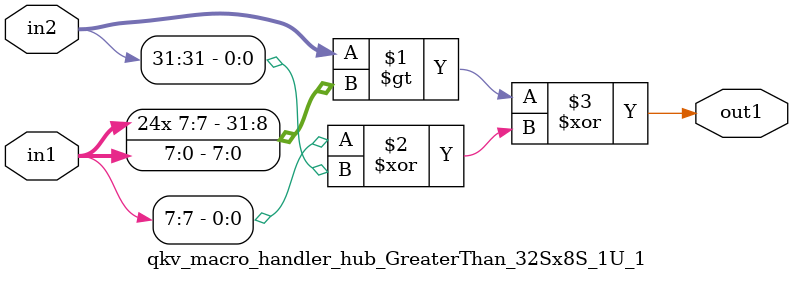
<source format=v>

`timescale 1ps / 1ps


module qkv_macro_handler_hub_GreaterThan_32Sx8S_1U_1( in2, in1, out1 );

    input [31:0] in2;
    input [7:0] in1;
    output out1;

    
    // rtl_process:qkv_macro_handler_hub_GreaterThan_32Sx8S_1U_1/qkv_macro_handler_hub_GreaterThan_32Sx8S_1U_1_thread_1
    assign out1 = (in2 > {{ 24 {in1[7]}}, in1} ^ (in1[7] ^ in2[31]));

endmodule


</source>
